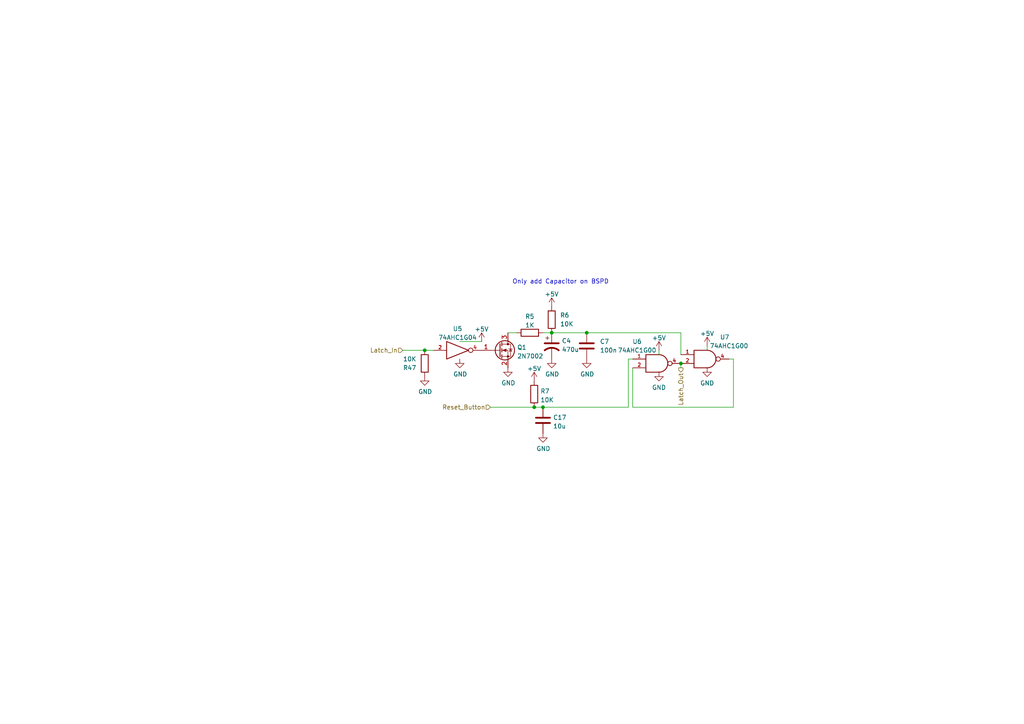
<source format=kicad_sch>
(kicad_sch (version 20230121) (generator eeschema)
  (paper "A4")
  (lib_symbols
    (symbol "74xGxx:74AHC1G00" (pin_names (offset 1.016))
      (property "Reference" "U" (at -2.54 3.81 0))
      (property "Value" "74AHC1G00" (at 0 -3.81 0))
      (symbol "74AHC1G00_0_1"
        (arc (start 0 -2.54) (mid 2.529 0) (end 0 2.54) (stroke (width 0.254)))
        (polyline (pts (xy 0 -2.54) (xy -3.81 -2.54) (xy -3.81 2.54) (xy 0 2.54)) (stroke (width 0.254)))
      )
      (symbol "74AHC1G00_1_1"
        (pin input line (at -7.62 1.27 0) (length 3.81) (name "~") (number "1"))
        (pin input line (at -7.62 -1.27 0) (length 3.81) (name "~") (number "2"))
        (pin power_in line (at 0 -2.54 270) (length 0) hide (name "GND") (number "3"))
        (pin output inverted (at 6.35 0 180) (length 3.81) (name "~") (number "4"))
        (pin power_in line (at 0 2.54 90) (length 0) hide (name "VCC") (number "5"))
      )
    )
    (symbol "74xGxx:74AHC1G04" (pin_names (offset 1.016))
      (property "Reference" "U" (at -2.54 3.81 0))
      (property "Value" "74AHC1G04" (at 0 -3.81 0))
      (symbol "74AHC1G04_0_1"
        (polyline (pts (xy -3.81 2.54) (xy -3.81 -2.54) (xy 2.54 0) (xy -3.81 2.54)) (stroke (width 0.254)))
      )
      (symbol "74AHC1G04_1_1"
        (pin input line (at -7.62 0 0) (length 3.81) (name "~") (number "2"))
        (pin power_in line (at 0 -2.54 270) (length 0) hide (name "GND") (number "3"))
        (pin output inverted (at 6.35 0 180) (length 3.81) (name "~") (number "4"))
        (pin power_in line (at 0 2.54 90) (length 0) hide (name "VCC") (number "5"))
      )
    )
    (symbol "Device:C" (pin_numbers hide) (pin_names (offset 0.254))
      (property "Reference" "C" (at 0.635 2.54 0))
      (property "Value" "C" (at 0.635 -2.54 0))
      (symbol "C_0_1"
        (polyline (pts (xy -2.032 -0.762) (xy 2.032 -0.762)) (stroke (width 0.508)))
        (polyline (pts (xy -2.032 0.762) (xy 2.032 0.762)) (stroke (width 0.508)))
      )
      (symbol "C_1_1"
        (pin passive line (at 0 3.81 270) (length 2.794) (name "~") (number "1"))
        (pin passive line (at 0 -3.81 90) (length 2.794) (name "~") (number "2"))
      )
    )
    (symbol "Device:C_Polarized_US" (pin_numbers hide) (pin_names (offset 0.254) hide)
      (property "Reference" "C" (at 0.635 2.54 0))
      (property "Value" "C_Polarized_US" (at 0.635 -2.54 0))
      (symbol "C_Polarized_US_0_1"
        (polyline (pts (xy -2.032 0.762) (xy 2.032 0.762)) (stroke (width 0.508)))
        (polyline (pts (xy -1.778 2.286) (xy -0.762 2.286)))
        (polyline (pts (xy -1.27 1.778) (xy -1.27 2.794)))
        (arc (start 2.032 -1.27) (mid 0 -0.5572) (end -2.032 -1.27) (stroke (width 0.508)))
      )
      (symbol "C_Polarized_US_1_1"
        (pin passive line (at 0 3.81 270) (length 2.794) (name "~") (number "1"))
        (pin passive line (at 0 -3.81 90) (length 3.302) (name "~") (number "2"))
      )
    )
    (symbol "Device:R" (pin_numbers hide) (pin_names (offset 0))
      (property "Reference" "R" (at 2.032 0 90))
      (property "Value" "R" (at 0 0 90))
      (symbol "R_0_1"
        (rectangle (start -1.016 -2.54) (end 1.016 2.54) (stroke (width 0.254)))
      )
      (symbol "R_1_1"
        (pin passive line (at 0 3.81 270) (length 1.27) (name "~") (number "1"))
        (pin passive line (at 0 -3.81 90) (length 1.27) (name "~") (number "2"))
      )
    )
    (symbol "Transistor_FET:2N7002" (pin_names hide)
      (property "Reference" "Q" (at 5.08 1.905 0))
      (property "Value" "2N7002" (at 5.08 0 0))
      (symbol "2N7002_0_1"
        (polyline (pts (xy 0.254 0) (xy -2.54 0)))
        (polyline (pts (xy 0.254 1.905) (xy 0.254 -1.905)) (stroke (width 0.254)))
        (polyline (pts (xy 0.762 -1.27) (xy 0.762 -2.286)) (stroke (width 0.254)))
        (polyline (pts (xy 0.762 0.508) (xy 0.762 -0.508)) (stroke (width 0.254)))
        (polyline (pts (xy 0.762 2.286) (xy 0.762 1.27)) (stroke (width 0.254)))
        (polyline (pts (xy 2.54 2.54) (xy 2.54 1.778)))
        (polyline (pts (xy 2.54 -2.54) (xy 2.54 0) (xy 0.762 0)))
        (polyline (pts (xy 0.762 -1.778) (xy 3.302 -1.778) (xy 3.302 1.778) (xy 0.762 1.778)))
        (polyline (pts (xy 1.016 0) (xy 2.032 0.381) (xy 2.032 -0.381) (xy 1.016 0)) (fill (type outline)))
        (polyline (pts (xy 2.794 0.508) (xy 2.921 0.381) (xy 3.683 0.381) (xy 3.81 0.254)))
        (polyline (pts (xy 3.302 0.381) (xy 2.921 -0.254) (xy 3.683 -0.254) (xy 3.302 0.381)))
        (circle (center 1.651 0) (radius 2.794) (stroke (width 0.254)))
        (circle (center 2.54 -1.778) (radius 0.254) (fill (type outline)))
        (circle (center 2.54 1.778) (radius 0.254) (fill (type outline)))
      )
      (symbol "2N7002_1_1"
        (pin input line (at -5.08 0 0) (length 2.54) (name "G") (number "1"))
        (pin passive line (at 2.54 -5.08 90) (length 2.54) (name "S") (number "2"))
        (pin passive line (at 2.54 5.08 270) (length 2.54) (name "D") (number "3"))
      )
    )
    (symbol "power:+5V" (power) (pin_names (offset 0))
      (property "Value" "+5V" (at 0 3.556 0))
      (symbol "+5V_0_1"
        (polyline (pts (xy -0.762 1.27) (xy 0 2.54)))
        (polyline (pts (xy 0 0) (xy 0 2.54)))
        (polyline (pts (xy 0 2.54) (xy 0.762 1.27)))
      )
      (symbol "+5V_1_1"
        (pin power_in line (at 0 0 90) (length 0) hide (name "+5V") (number "1"))
      )
    )
    (symbol "power:GND" (power) (pin_names (offset 0))
      (property "Value" "GND" (at 0 -3.81 0))
      (symbol "GND_0_1"
        (polyline (pts (xy 0 0) (xy 0 -1.27) (xy 1.27 -1.27) (xy 0 -2.54) (xy -1.27 -1.27) (xy 0 -1.27)))
      )
      (symbol "GND_1_1"
        (pin power_in line (at 0 0 270) (length 0) hide (name "GND") (number "1"))
      )
    )
  )
  (junction (at 160.02 96.52))
  (junction (at 123.19 101.6))
  (junction (at 157.48 118.11))
  (junction (at 170.18 96.52))
  (junction (at 197.485 105.41))
  (junction (at 154.94 118.11))
  (wire (pts (xy 212.725 118.11) (xy 183.515 118.11)))
  (wire (pts (xy 182.245 104.14) (xy 183.515 104.14)))
  (wire (pts (xy 182.245 118.11) (xy 182.245 104.14)))
  (wire (pts (xy 142.24 118.11) (xy 154.94 118.11)))
  (wire (pts (xy 123.19 101.6) (xy 125.73 101.6)))
  (wire (pts (xy 157.48 118.11) (xy 182.245 118.11)))
  (wire (pts (xy 154.94 118.11) (xy 157.48 118.11)))
  (wire (pts (xy 183.515 118.11) (xy 183.515 106.68)))
  (wire (pts (xy 191.135 101.6) (xy 191.135 102.87)))
  (wire (pts (xy 212.725 104.14) (xy 212.725 118.11)))
  (wire (pts (xy 212.725 104.14) (xy 211.455 104.14)))
  (wire (pts (xy 197.485 106.68) (xy 197.485 105.41)))
  (wire (pts (xy 157.48 96.52) (xy 160.02 96.52)))
  (wire (pts (xy 205.105 100.33) (xy 205.105 101.6)))
  (wire (pts (xy 197.485 102.87) (xy 197.485 96.52)))
  (wire (pts (xy 147.32 96.52) (xy 149.86 96.52)))
  (wire (pts (xy 160.02 96.52) (xy 170.18 96.52)))
  (wire (pts (xy 170.18 96.52) (xy 197.485 96.52)))
  (wire (pts (xy 133.35 99.06) (xy 139.7 99.06)))
  (wire (pts (xy 116.84 101.6) (xy 123.19 101.6)))
  (text "Only add Capacitor on BSPD\n" (at 148.59 82.55 0) (effects (font (size 1.27 1.27)) (justify left bottom)))
  (hierarchical_label "Reset_Button" (shape input) (at 142.24 118.11 180))
  (hierarchical_label "Latch_Out" (shape output) (at 197.485 106.68 270))
  (hierarchical_label "Latch_In" (shape input) (at 116.84 101.6 180))
  (symbol (lib_id "Device:C_Polarized_US") (at 160.02 100.33 0) (unit 1)
    (property "Reference" "C4" (at 162.941 98.8603 0) (effects (justify left)))
    (property "Value" "470u" (at 162.941 101.3972 0) (effects (justify left)))
    (property "Footprint" "Capacitor_SMD:CP_Elec_10x10" (effects hide))
  )
  (symbol (lib_id "Transistor_FET:2N7002") (at 144.78 101.6 0) (unit 1)
    (property "Reference" "Q1" (at 149.987 100.7653 0) (effects (justify left)))
    (property "Value" "2N7002" (at 149.987 103.3022 0) (effects (justify left)))
    (property "Footprint" "Package_TO_SOT_SMD:SOT-23" (effects hide))
    (property "Datasheet" "https://www.onsemi.com/pub/Collateral/NDS7002A-D.PDF" (effects hide))
  )
  (symbol (lib_id "power:GND") (at 147.32 106.68 0) (unit 1)
    (property "Reference" "#PWR041" (effects hide))
    (property "Value" "GND" (at 147.447 111.0742 0))
  )
  (symbol (lib_id "power:GND") (at 191.135 107.95 0) (unit 1)
    (property "Reference" "#PWR046" (effects hide))
    (property "Value" "GND" (at 191.135 112.3934 0))
  )
  (symbol (lib_id "power:GND") (at 123.19 109.22 0) (unit 1)
    (property "Reference" "#PWR010" (effects hide))
    (property "Value" "GND" (at 123.317 113.6142 0))
  )
  (symbol (lib_id "74xGxx:74AHC1G00") (at 205.105 104.14 0) (unit 1)
    (property "Reference" "U7" (at 210.185 97.79 0))
    (property "Value" "74AHC1G00" (at 211.455 100.33 0))
    (property "Footprint" "Package_TO_SOT_SMD:SOT-23-5_HandSoldering" (effects hide))
    (property "Datasheet" "http://www.ti.com/lit/sg/scyt129e/scyt129e.pdf" (effects hide))
  )
  (symbol (lib_id "power:GND") (at 133.35 104.14 0) (unit 1)
    (property "Reference" "#PWR039" (effects hide))
    (property "Value" "GND" (at 133.477 108.5342 0))
  )
  (symbol (lib_id "power:GND") (at 160.02 104.14 0) (unit 1)
    (property "Reference" "#PWR043" (effects hide))
    (property "Value" "GND" (at 160.147 108.5342 0))
  )
  (symbol (lib_id "74xGxx:74AHC1G00") (at 191.135 105.41 0) (unit 1)
    (property "Reference" "U6" (at 184.785 99.06 0))
    (property "Value" "74AHC1G00" (at 184.785 101.6 0))
    (property "Footprint" "Package_TO_SOT_SMD:SOT-23-5_HandSoldering" (effects hide))
    (property "Datasheet" "http://www.ti.com/lit/sg/scyt129e/scyt129e.pdf" (effects hide))
  )
  (symbol (lib_id "74xGxx:74AHC1G04") (at 133.35 101.6 0) (unit 1)
    (property "Reference" "U5" (at 132.715 95.3602 0))
    (property "Value" "74AHC1G04" (at 132.715 97.8971 0))
    (property "Footprint" "Package_TO_SOT_SMD:SOT-23-5_HandSoldering" (effects hide))
    (property "Datasheet" "http://www.ti.com/lit/sg/scyt129e/scyt129e.pdf" (effects hide))
  )
  (symbol (lib_id "Device:C") (at 170.18 100.33 0) (unit 1)
    (property "Reference" "C7" (at 173.99 99.0599 0) (effects (justify left)))
    (property "Value" "100n" (at 173.99 101.5999 0) (effects (justify left)))
    (property "Footprint" "Capacitor_SMD:C_0805_2012Metric_Pad1.18x1.45mm_HandSolder" (effects hide))
  )
  (symbol (lib_id "power:GND") (at 170.18 104.14 0) (unit 1)
    (property "Reference" "#PWR0115" (effects hide))
    (property "Value" "GND" (at 170.307 108.5342 0))
  )
  (symbol (lib_id "Device:R") (at 160.02 92.71 0) (unit 1)
    (property "Reference" "R6" (at 162.433 91.4399 0) (effects (justify left)))
    (property "Value" "10K" (at 162.433 93.9799 0) (effects (justify left)))
    (property "Footprint" "Resistor_SMD:R_0805_2012Metric_Pad1.20x1.40mm_HandSolder" (effects hide))
  )
  (symbol (lib_id "Device:R") (at 123.19 105.41 180) (unit 1)
    (property "Reference" "R47" (at 120.777 106.6801 0) (effects (justify left)))
    (property "Value" "10K" (at 120.777 104.1401 0) (effects (justify left)))
    (property "Footprint" "Resistor_SMD:R_0805_2012Metric_Pad1.20x1.40mm_HandSolder" (effects hide))
  )
  (symbol (lib_id "power:GND") (at 205.105 106.68 0) (unit 1)
    (property "Reference" "#PWR048" (effects hide))
    (property "Value" "GND" (at 205.105 111.1234 0))
  )
  (symbol (lib_id "power:+5V") (at 191.135 101.6 0) (unit 1)
    (property "Reference" "#PWR045" (effects hide))
    (property "Value" "+5V" (at 191.135 98.0242 0))
  )
  (symbol (lib_id "Device:R") (at 154.94 114.3 0) (unit 1)
    (property "Reference" "R7" (at 156.718 113.4653 0) (effects (justify left)))
    (property "Value" "10K" (at 156.718 116.0022 0) (effects (justify left)))
    (property "Footprint" "Resistor_SMD:R_0805_2012Metric_Pad1.20x1.40mm_HandSolder" (effects hide))
  )
  (symbol (lib_id "Device:C") (at 157.48 121.92 0) (unit 1)
    (property "Reference" "C17" (at 160.401 121.0853 0) (effects (justify left)))
    (property "Value" "10u" (at 160.401 123.6222 0) (effects (justify left)))
    (property "Footprint" "Capacitor_SMD:C_1206_3216Metric_Pad1.33x1.80mm_HandSolder" (effects hide))
  )
  (symbol (lib_id "power:+5V") (at 205.105 100.33 0) (unit 1)
    (property "Reference" "#PWR047" (effects hide))
    (property "Value" "+5V" (at 205.105 96.7542 0))
  )
  (symbol (lib_id "power:+5V") (at 154.94 110.49 0) (unit 1)
    (property "Reference" "#PWR0131" (effects hide))
    (property "Value" "+5V" (at 154.94 106.9142 0))
  )
  (symbol (lib_id "power:+5V") (at 160.02 88.9 0) (unit 1)
    (property "Reference" "#PWR042" (effects hide))
    (property "Value" "+5V" (at 160.02 85.3242 0))
  )
  (symbol (lib_id "power:GND") (at 157.48 125.73 0) (unit 1)
    (property "Reference" "#PWR0132" (effects hide))
    (property "Value" "GND" (at 157.607 130.1242 0))
  )
  (symbol (lib_id "power:+5V") (at 139.7 99.06 0) (unit 1)
    (property "Reference" "#PWR040" (effects hide))
    (property "Value" "+5V" (at 139.7 95.4842 0))
  )
  (symbol (lib_id "Device:R") (at 153.67 96.52 90) (unit 1)
    (property "Reference" "R5" (at 153.67 91.8042 90))
    (property "Value" "1K" (at 153.67 94.3411 90))
    (property "Footprint" "Resistor_SMD:R_0805_2012Metric_Pad1.20x1.40mm_HandSolder" (effects hide))
  )
)
</source>
